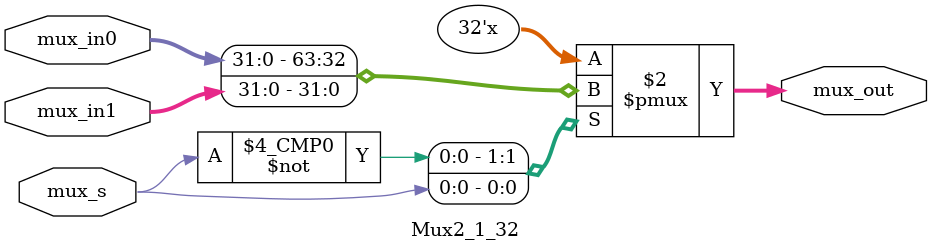
<source format=v>
`timescale 1ns/1ns

module Mux2_1_32(
    input [31:0]mux_in0,
    input [31:0]mux_in1,
    input mux_s,
    output reg[31:0]mux_out

);

    always @* 
begin
    case(mux_s)
      1'b0:
      begin
        mux_out <= mux_in0;
      end
      1'b1:
      begin
        mux_out <= mux_in1;
      end
    endcase
end

endmodule
</source>
